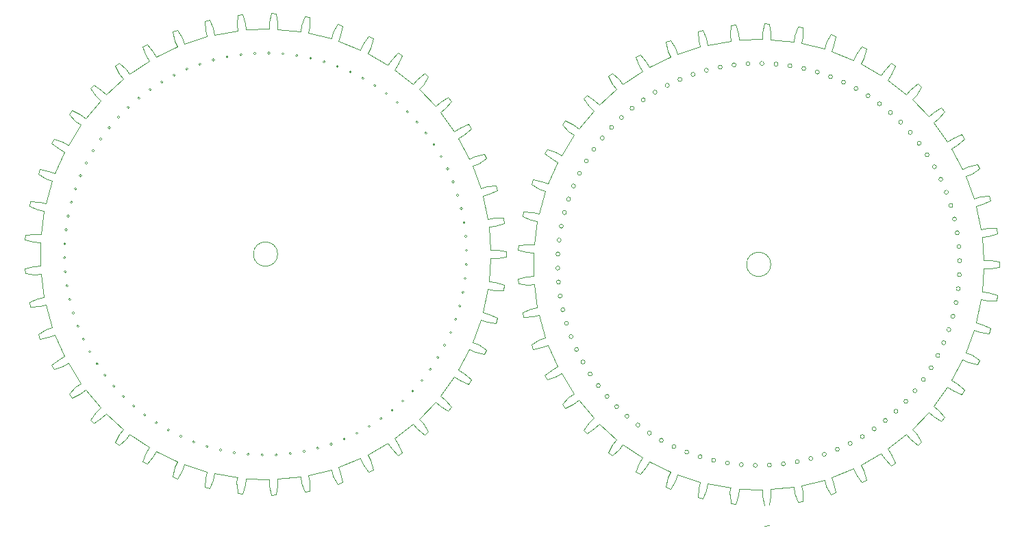
<source format=gbl>
G04 #@! TF.FileFunction,Copper,L2,Bot,Signal*
%FSLAX46Y46*%
G04 Gerber Fmt 4.6, Leading zero omitted, Abs format (unit mm)*
G04 Created by KiCad (PCBNEW 4.0.7) date 03/14/18 18:25:16*
%MOMM*%
%LPD*%
G01*
G04 APERTURE LIST*
%ADD10C,0.020000*%
%ADD11C,0.100000*%
G04 APERTURE END LIST*
D10*
D11*
X130642136Y-110119300D02*
G75*
G03X130642136Y-110119300I-250000J0D01*
G01*
X162622115Y-127524289D02*
X165324710Y-126432370D01*
X130075997Y-108479977D02*
G75*
G03X130075997Y-108479977I-250000J0D01*
G01*
X129625592Y-106805155D02*
G75*
G03X129625592Y-106805155I-250000J0D01*
G01*
X176569376Y-82289979D02*
X176168420Y-81812139D01*
X129293113Y-105102995D02*
G75*
G03X129293113Y-105102995I-250000J0D01*
G01*
X129080180Y-103381788D02*
G75*
G03X129080180Y-103381788I-250000J0D01*
G01*
X128987832Y-101649921D02*
G75*
G03X128987832Y-101649921I-250000J0D01*
G01*
X143575938Y-75195346D02*
X143289244Y-74448482D01*
X147378203Y-77198677D02*
G75*
G03X147378203Y-77198677I-250000J0D01*
G01*
X149067723Y-76806997D02*
G75*
G03X149067723Y-76806997I-250000J0D01*
G01*
X180454708Y-93986060D02*
X181227449Y-93779005D01*
X150780450Y-76534125D02*
G75*
G03X150780450Y-76534125I-250000J0D01*
G01*
X152508039Y-76381391D02*
G75*
G03X152508039Y-76381391I-250000J0D01*
G01*
X175176526Y-119988326D02*
X176168420Y-120575061D01*
X154242074Y-76349541D02*
G75*
G03X154242074Y-76349541I-250000J0D01*
G01*
X155081108Y-101193142D02*
G75*
G03X155081108Y-101193142I-1500000J0D01*
G01*
X128499709Y-115082395D02*
X129199405Y-114694546D01*
X165857548Y-79450538D02*
G75*
G03X165857548Y-79450538I-250000J0D01*
G01*
X127407501Y-115450082D02*
X128499709Y-115082395D01*
X127114656Y-114899320D02*
X127407501Y-115450082D01*
X129435843Y-96474744D02*
G75*
G03X129435843Y-96474744I-250000J0D01*
G01*
X128030238Y-114199447D02*
X127114656Y-114899320D01*
X128743043Y-113836255D02*
X128030238Y-114199447D01*
X126810606Y-111460109D02*
X127557470Y-111173414D01*
X125677855Y-111672212D02*
X126810606Y-111460109D01*
X132521001Y-88415656D02*
G75*
G03X132521001Y-88415656I-250000J0D01*
G01*
X125464511Y-111086054D02*
X125677855Y-111672212D01*
X126468586Y-110520417D02*
X125464511Y-111086054D01*
X127225001Y-110259963D02*
X126468586Y-110520417D01*
X126421561Y-107458036D02*
X127225001Y-110259963D01*
X125642066Y-107637998D02*
X126421561Y-107458036D01*
X124490820Y-107690388D02*
X125642066Y-107637998D01*
X173155465Y-116812982D02*
G75*
G03X173155465Y-116812982I-250000J0D01*
G01*
X124361129Y-107080243D02*
X124490820Y-107690388D01*
X125434154Y-106659850D02*
X124361129Y-107080243D01*
X126219456Y-106507204D02*
X125434154Y-106659850D01*
X129824439Y-94784511D02*
G75*
G03X129824439Y-94784511I-250000J0D01*
G01*
X165662804Y-75229784D02*
X165324710Y-75954830D01*
X125813788Y-103620728D02*
X126219456Y-106507204D01*
X125016832Y-103690453D02*
X125813788Y-103620728D01*
X123825987Y-102959855D02*
X123869499Y-103582111D01*
X124947076Y-102692889D02*
X123825987Y-102959855D01*
X125745980Y-102651021D02*
X124947076Y-102692889D01*
X125745980Y-99736179D02*
X125745980Y-102651021D01*
X124947076Y-99694311D02*
X125745980Y-99736179D01*
X123825987Y-99427345D02*
X124947076Y-99694311D01*
X123869499Y-98805089D02*
X123825987Y-99427345D01*
X135093370Y-117512107D02*
G75*
G03X135093370Y-117512107I-250000J0D01*
G01*
X125016832Y-98696747D02*
X123869499Y-98805089D01*
X125813788Y-98766472D02*
X125016832Y-98696747D01*
X126219456Y-95879996D02*
X125813788Y-98766472D01*
X125434154Y-95727350D02*
X126219456Y-95879996D01*
X130329993Y-93125504D02*
G75*
G03X130329993Y-93125504I-250000J0D01*
G01*
X124361129Y-95306957D02*
X125434154Y-95727350D01*
X124490820Y-94696812D02*
X124361129Y-95306957D01*
X174657573Y-87641691D02*
G75*
G03X174657573Y-87641691I-250000J0D01*
G01*
X126421561Y-94929164D02*
X125642066Y-94749202D01*
X127225001Y-92127237D02*
X126421561Y-94929164D01*
X126468586Y-91866783D02*
X127225001Y-92127237D01*
X125464511Y-91301146D02*
X126468586Y-91866783D01*
X125677855Y-90714988D02*
X125464511Y-91301146D01*
X126810606Y-90927091D02*
X125677855Y-90714988D01*
X141014280Y-79906860D02*
G75*
G03X141014280Y-79906860I-250000J0D01*
G01*
X127557470Y-91213786D02*
X126810606Y-90927091D01*
X173714533Y-79271064D02*
X173250977Y-78853676D01*
X173250977Y-78853676D02*
X172350394Y-79572746D01*
X172350394Y-79572746D02*
X171825547Y-80176515D01*
X178111753Y-86438868D02*
X178976284Y-85676832D01*
X130950043Y-91505803D02*
G75*
G03X130950043Y-91505803I-250000J0D01*
G01*
X166330298Y-128096865D02*
X166890944Y-127823420D01*
X163560646Y-124056936D02*
G75*
G03X163560646Y-124056936I-250000J0D01*
G01*
X178976284Y-85676832D02*
X178645733Y-85147840D01*
X178645733Y-85147840D02*
X177581834Y-85590820D01*
X166561598Y-126719045D02*
X166198405Y-126006240D01*
X177581834Y-85590820D02*
X176910898Y-86026531D01*
X166198405Y-126006240D02*
X168722733Y-124548819D01*
X176910898Y-86026531D02*
X175197597Y-83668374D01*
X168722733Y-124548819D02*
X169158444Y-125219756D01*
X175197597Y-83668374D02*
X175819314Y-83164919D01*
X169158444Y-125219756D02*
X169950187Y-126057165D01*
X175819314Y-83164919D02*
X176569376Y-82289979D01*
X169950187Y-126057165D02*
X170467321Y-125708354D01*
X131681567Y-89933300D02*
G75*
G03X131681567Y-89933300I-250000J0D01*
G01*
X150097006Y-128825948D02*
X149999510Y-129619985D01*
X170467321Y-125708354D02*
X169987481Y-124660563D01*
X176168420Y-81812139D02*
X175176526Y-82398874D01*
X169528620Y-124005242D02*
X171825547Y-122210685D01*
X174572759Y-82923722D02*
X172547939Y-80826960D01*
X178582020Y-99005412D02*
G75*
G03X178582020Y-99005412I-250000J0D01*
G01*
X171825547Y-122210685D02*
X172350394Y-122814454D01*
X172547939Y-80826960D02*
X173093538Y-80241877D01*
X172350394Y-122814454D02*
X173250977Y-123533524D01*
X173093538Y-80241877D02*
X173714533Y-79271064D01*
X173250977Y-123533524D02*
X173714533Y-123116136D01*
X169528620Y-78381958D02*
X169987481Y-77726637D01*
X169987481Y-77726637D02*
X170467321Y-76678846D01*
X176168420Y-120575061D02*
X176569376Y-120097221D01*
X170467321Y-76678846D02*
X169950187Y-76330035D01*
X175819314Y-119222281D02*
X175197597Y-118718826D01*
X151688093Y-125948472D02*
G75*
G03X151688093Y-125948472I-250000J0D01*
G01*
X169158444Y-77167444D02*
X168722733Y-77838381D01*
X175197597Y-118718826D02*
X176910898Y-116360669D01*
X168722733Y-77838381D02*
X166198405Y-76380960D01*
X176910898Y-116360669D02*
X177581834Y-116796380D01*
X166198405Y-76380960D02*
X166561598Y-75668155D01*
X155974107Y-76438728D02*
G75*
G03X155974107Y-76438728I-250000J0D01*
G01*
X177581834Y-116796380D02*
X178645733Y-117239360D01*
X159398464Y-76977889D02*
G75*
G03X159398464Y-76977889I-250000J0D01*
G01*
X166561598Y-75668155D02*
X166890944Y-74563780D01*
X178645733Y-117239360D02*
X178976284Y-116710368D01*
X166890944Y-74563780D02*
X166330298Y-74290335D01*
X133464255Y-86960265D02*
G75*
G03X133464255Y-86960265I-250000J0D01*
G01*
X178976284Y-116710368D02*
X178111753Y-115948332D01*
X166330298Y-74290335D02*
X165662804Y-75229784D01*
X177426019Y-115536302D02*
X178794455Y-112962649D01*
X155013177Y-73383876D02*
X155055046Y-72584973D01*
X181850889Y-105675142D02*
X183002985Y-105647098D01*
X155055046Y-72584973D02*
X154906729Y-71442119D01*
X183002985Y-105647098D02*
X183089798Y-105029393D01*
X151128627Y-73451678D02*
X151058903Y-72654722D01*
X176712157Y-110881397D02*
G75*
G03X176712157Y-110881397I-250000J0D01*
G01*
X154283333Y-71420350D02*
X154055655Y-72550073D01*
X181990062Y-104684874D02*
X181196025Y-104587380D01*
X150752975Y-71543632D02*
X150132616Y-71608835D01*
X154055655Y-72550073D02*
X154041694Y-73349951D01*
X138395350Y-126828332D02*
X138935555Y-127140220D01*
X138935555Y-127140220D02*
X139666956Y-126249621D01*
X139666956Y-126249621D02*
X140054803Y-125549925D01*
X140054803Y-125549925D02*
X142674646Y-126827708D01*
X146588095Y-124961963D02*
G75*
G03X146588095Y-124961963I-250000J0D01*
G01*
X142674646Y-126827708D02*
X142362060Y-127564112D01*
X142362060Y-127564112D02*
X142110554Y-128688770D01*
X142110554Y-128688770D02*
X142688909Y-128922441D01*
X142688909Y-128922441D02*
X143289244Y-127938718D01*
X143289244Y-127938718D02*
X143575938Y-127191854D01*
X143575938Y-127191854D02*
X146348118Y-128092590D01*
X164311533Y-78664581D02*
G75*
G03X164311533Y-78664581I-250000J0D01*
G01*
X144101554Y-78330264D02*
G75*
G03X144101554Y-78330264I-250000J0D01*
G01*
X146348118Y-128092590D02*
X146141062Y-128865330D01*
X146141062Y-128865330D02*
X146048526Y-130014046D01*
X146048526Y-130014046D02*
X146653773Y-130164951D01*
X147111358Y-129107252D02*
X147291318Y-128327756D01*
X147291318Y-128327756D02*
X150161877Y-128833913D01*
X150064381Y-129627950D02*
X150132616Y-130778365D01*
X150132616Y-130778365D02*
X150752975Y-130843568D01*
X150752975Y-130843568D02*
X151058903Y-129732478D01*
X151058903Y-129732478D02*
X151128627Y-128935522D01*
X151128627Y-128935522D02*
X154041694Y-129037249D01*
X154041694Y-129037249D02*
X154055655Y-129837127D01*
X174197945Y-115426935D02*
G75*
G03X174197945Y-115426935I-250000J0D01*
G01*
X154055655Y-129837127D02*
X154283333Y-130966850D01*
X145720121Y-77707259D02*
G75*
G03X145720121Y-77707259I-250000J0D01*
G01*
X132350058Y-80281968D02*
X131916746Y-80730675D01*
X154283333Y-133506850D02*
X154906729Y-133485081D01*
X165324710Y-75954830D02*
X162622115Y-74862911D01*
X179519501Y-113300744D02*
X180634697Y-113591347D01*
X166890944Y-127823420D02*
X166561598Y-126719045D01*
X178226357Y-105912456D02*
G75*
G03X178226357Y-105912456I-250000J0D01*
G01*
X162882571Y-74106496D02*
X163055012Y-72967033D01*
X136868596Y-83036793D02*
G75*
G03X136868596Y-83036793I-250000J0D01*
G01*
X180888409Y-113021500D02*
X179926237Y-112387199D01*
X161931514Y-73797479D02*
X161697617Y-74562523D01*
X180186768Y-109335559D02*
X180951812Y-109569457D01*
X161697617Y-74562523D02*
X158869358Y-73857359D01*
X135643361Y-84264266D02*
G75*
G03X135643361Y-84264266I-250000J0D01*
G01*
X180951812Y-109569457D02*
X182096599Y-109702026D01*
X158869358Y-73857359D02*
X159022006Y-73072058D01*
X182096599Y-109702026D02*
X182268535Y-109102414D01*
X159022006Y-73072058D02*
X159034186Y-71919684D01*
X134975224Y-77918258D02*
X135526985Y-78930024D01*
X171825547Y-80176515D02*
X169528620Y-78381958D01*
X150132616Y-71608835D02*
X150064381Y-72759250D01*
X134506735Y-85574218D02*
G75*
G03X134506735Y-85574218I-250000J0D01*
G01*
X181196025Y-104587380D02*
X181399354Y-101679637D01*
X175176526Y-82398874D02*
X174572759Y-82923722D01*
X157695700Y-76648518D02*
G75*
G03X157695700Y-76648518I-250000J0D01*
G01*
X182268535Y-109102414D02*
X181227449Y-108608195D01*
X151058903Y-72654722D02*
X150752975Y-71543632D01*
X140317228Y-122044774D02*
G75*
G03X140317228Y-122044774I-250000J0D01*
G01*
X161931514Y-128589721D02*
X162461766Y-129612924D01*
X136277336Y-118779434D02*
G75*
G03X136277336Y-118779434I-250000J0D01*
G01*
X131315407Y-84434302D02*
X130676499Y-83952849D01*
X158419887Y-71811367D02*
X158037198Y-72898409D01*
X177586203Y-93907223D02*
G75*
G03X177586203Y-93907223I-250000J0D01*
G01*
X181060738Y-105549994D02*
X181850889Y-105675142D01*
X129279446Y-118445820D02*
X129646093Y-118950466D01*
X173714533Y-123116136D02*
X173093538Y-122145323D01*
X129199405Y-114694546D02*
X130744036Y-117166473D01*
X174572759Y-119463478D02*
X175176526Y-119988326D01*
X130088714Y-117625334D02*
X129279446Y-118445820D01*
X173093538Y-122145323D02*
X172547939Y-121560240D01*
X162622115Y-74862911D02*
X162882571Y-74106496D01*
X165662804Y-127157416D02*
X166330298Y-128096865D01*
X129646093Y-118950466D02*
X130676499Y-118434351D01*
X178794455Y-89424551D02*
X177426019Y-86850898D01*
X159034186Y-71919684D02*
X158419887Y-71811367D01*
X150064381Y-72759250D02*
X150161877Y-73553287D01*
X170115378Y-82426116D02*
G75*
G03X170115378Y-82426116I-250000J0D01*
G01*
X169950187Y-76330035D02*
X169158444Y-77167444D01*
X146141062Y-73521870D02*
X146348118Y-74294610D01*
X181990062Y-97702326D02*
X183089798Y-97357807D01*
X157912051Y-73688560D02*
X155013177Y-73383876D01*
X183089798Y-105029393D02*
X181990062Y-104684874D01*
X169987481Y-124660563D02*
X169528620Y-124005242D01*
X177837761Y-107602689D02*
G75*
G03X177837761Y-107602689I-250000J0D01*
G01*
X178794455Y-112962649D02*
X179519501Y-113300744D01*
X176340952Y-90672062D02*
G75*
G03X176340952Y-90672062I-250000J0D01*
G01*
X180454708Y-108401140D02*
X181060738Y-105549994D01*
X162714458Y-77988382D02*
G75*
G03X162714458Y-77988382I-250000J0D01*
G01*
X133864292Y-81502151D02*
X133298607Y-80936465D01*
X154041694Y-73349951D02*
X151128627Y-73451678D01*
X176569376Y-120097221D02*
X175819314Y-119222281D01*
X177332207Y-109261696D02*
G75*
G03X177332207Y-109261696I-250000J0D01*
G01*
X146348118Y-74294610D02*
X143575938Y-75195346D01*
X181196025Y-97799820D02*
X181990062Y-97702326D01*
X142688909Y-73464759D02*
X142110554Y-73698430D01*
X129016518Y-99915831D02*
G75*
G03X129016518Y-99915831I-250000J0D01*
G01*
X183336213Y-100881712D02*
X182199232Y-100693600D01*
X179189833Y-112074615D02*
X180186768Y-109335559D01*
X161074105Y-77425237D02*
G75*
G03X161074105Y-77425237I-250000J0D01*
G01*
X130744036Y-117166473D02*
X130088714Y-117625334D01*
X172547939Y-121560240D02*
X174572759Y-119463478D01*
X162461766Y-72774276D02*
X161931514Y-73797479D01*
X146653773Y-130164951D02*
X147111358Y-129107252D01*
X172568830Y-84875093D02*
G75*
G03X172568830Y-84875093I-250000J0D01*
G01*
X170793604Y-119350407D02*
G75*
G03X170793604Y-119350407I-250000J0D01*
G01*
X177426019Y-86850898D02*
X178111753Y-86438868D01*
X175552174Y-89127485D02*
G75*
G03X175552174Y-89127485I-250000J0D01*
G01*
X177020064Y-92267900D02*
G75*
G03X177020064Y-92267900I-250000J0D01*
G01*
X129279446Y-83941380D02*
X130088714Y-84761866D01*
X154906729Y-71442119D02*
X154283333Y-71420350D01*
X178036608Y-95582045D02*
G75*
G03X178036608Y-95582045I-250000J0D01*
G01*
X181399354Y-100707563D02*
X181196025Y-97799820D01*
X130676499Y-118434351D02*
X131315407Y-117952898D01*
X144947742Y-124398818D02*
G75*
G03X144947742Y-124398818I-250000J0D01*
G01*
X179519501Y-89086456D02*
X178794455Y-89424551D01*
X179926237Y-112387199D02*
X179189833Y-112074615D01*
X178369087Y-97284205D02*
G75*
G03X178369087Y-97284205I-250000J0D01*
G01*
X127557470Y-111173414D02*
X128743043Y-113836255D01*
X178674368Y-100737279D02*
G75*
G03X178674368Y-100737279I-250000J0D01*
G01*
X123869499Y-103582111D02*
X125016832Y-103690453D01*
X178645682Y-102471369D02*
G75*
G03X178645682Y-102471369I-250000J0D01*
G01*
X132603948Y-81655805D02*
X133189032Y-82201403D01*
X125642066Y-94749202D02*
X124490820Y-94696812D01*
X178496103Y-104199234D02*
G75*
G03X178496103Y-104199234I-250000J0D01*
G01*
X147291318Y-74059444D02*
X147111358Y-73279948D01*
X163055012Y-72967033D02*
X162461766Y-72774276D01*
X169485729Y-120489423D02*
G75*
G03X169485729Y-120489423I-250000J0D01*
G01*
X178111753Y-115948332D02*
X177426019Y-115536302D01*
X171384864Y-83607766D02*
G75*
G03X171384864Y-83607766I-250000J0D01*
G01*
X138800930Y-125749621D02*
X138395350Y-126828332D01*
X133189032Y-120185797D02*
X132603948Y-120731395D01*
X180888409Y-89365700D02*
X180634697Y-88795853D01*
X165324710Y-126432370D02*
X165662804Y-127157416D01*
X158037198Y-72898409D02*
X157912051Y-73688560D01*
X175980633Y-112453900D02*
G75*
G03X175980633Y-112453900I-250000J0D01*
G01*
X181227449Y-108608195D02*
X180454708Y-108401140D01*
X175141199Y-113971544D02*
G75*
G03X175141199Y-113971544I-250000J0D01*
G01*
X142362060Y-74823088D02*
X142674646Y-75559492D01*
X182199232Y-101693600D02*
X183336213Y-101505488D01*
X180634697Y-113591347D02*
X180888409Y-113021500D01*
X128743043Y-88550945D02*
X127557470Y-91213786D01*
X128030238Y-88187753D02*
X128743043Y-88550945D01*
X127114656Y-87487880D02*
X128030238Y-88187753D01*
X132110026Y-113259715D02*
G75*
G03X132110026Y-113259715I-250000J0D01*
G01*
X127407501Y-86937118D02*
X127114656Y-87487880D01*
X138176471Y-81897777D02*
G75*
G03X138176471Y-81897777I-250000J0D01*
G01*
X128499709Y-87304805D02*
X127407501Y-86937118D01*
X129199405Y-87692654D02*
X128499709Y-87304805D01*
X130744036Y-85220727D02*
X129199405Y-87692654D01*
X167344972Y-80342426D02*
G75*
G03X167344972Y-80342426I-250000J0D01*
G01*
X130088714Y-84761866D02*
X130744036Y-85220727D01*
X129646093Y-83436734D02*
X129279446Y-83941380D01*
X130676499Y-83952849D02*
X129646093Y-83436734D01*
X133189032Y-82201403D02*
X131315407Y-84434302D01*
X131916746Y-80730675D02*
X132603948Y-81655805D01*
X133298607Y-80936465D02*
X132350058Y-80281968D01*
X139560613Y-80852769D02*
G75*
G03X139560613Y-80852769I-250000J0D01*
G01*
X136030442Y-79551740D02*
X133864292Y-81502151D01*
X135526985Y-78930024D02*
X136030442Y-79551740D01*
X172018839Y-118122934D02*
G75*
G03X172018839Y-118122934I-250000J0D01*
G01*
X135466766Y-77534223D02*
X134975224Y-77918258D01*
X168766557Y-81335898D02*
G75*
G03X168766557Y-81335898I-250000J0D01*
G01*
X136314996Y-78314363D02*
X135466766Y-77534223D01*
X158594477Y-125580203D02*
G75*
G03X158594477Y-125580203I-250000J0D01*
G01*
X136796447Y-78953272D02*
X136314996Y-78314363D01*
X139212961Y-77323312D02*
X136796447Y-78953272D01*
X138800930Y-76637579D02*
X139212961Y-77323312D01*
X138395350Y-75558868D02*
X138800930Y-76637579D01*
X162461766Y-129612924D02*
X163055012Y-129420167D01*
X138935555Y-75246980D02*
X138395350Y-75558868D01*
X163055012Y-129420167D02*
X162882571Y-128280704D01*
X139666956Y-76137579D02*
X138935555Y-75246980D01*
X162882571Y-128280704D02*
X162622115Y-127524289D01*
X140054803Y-76837275D02*
X139666956Y-76137579D01*
X142674646Y-75559492D02*
X140054803Y-76837275D01*
X181399354Y-101679637D02*
X182199232Y-101693600D01*
X142110554Y-73698430D02*
X142362060Y-74823088D01*
X133864292Y-120885049D02*
X136030442Y-122835460D01*
X136796447Y-123433928D02*
X139212961Y-125063888D01*
X183336213Y-101505488D02*
X183336213Y-100881712D01*
X143289244Y-74448482D02*
X142688909Y-73464759D01*
X182199232Y-100693600D02*
X181399354Y-100707563D01*
X146048526Y-72373154D02*
X146141062Y-73521870D01*
X183089798Y-97357807D02*
X183002985Y-96740102D01*
X146653773Y-72222249D02*
X146048526Y-72373154D01*
X183002985Y-96740102D02*
X181850889Y-96712058D01*
X147111358Y-73279948D02*
X146653773Y-72222249D01*
X181850889Y-96712058D02*
X181060738Y-96837206D01*
X181060738Y-96837206D02*
X180454708Y-93986060D01*
X150161877Y-73553287D02*
X147291318Y-74059444D01*
X136030442Y-122835460D02*
X135526985Y-123457176D01*
X181227449Y-93779005D02*
X182268535Y-93284786D01*
X135526985Y-123457176D02*
X134975224Y-124468942D01*
X182268535Y-93284786D02*
X182096599Y-92685174D01*
X134975224Y-124468942D02*
X135466766Y-124852977D01*
X182096599Y-92685174D02*
X180951812Y-92817743D01*
X135466766Y-124852977D02*
X136314996Y-124072837D01*
X133298607Y-121450735D02*
X133864292Y-120885049D01*
X180951812Y-92817743D02*
X180186768Y-93051641D01*
X142530389Y-79064657D02*
G75*
G03X142530389Y-79064657I-250000J0D01*
G01*
X136314996Y-124072837D02*
X136796447Y-123433928D01*
X129166097Y-98187966D02*
G75*
G03X129166097Y-98187966I-250000J0D01*
G01*
X132350058Y-122105232D02*
X133298607Y-121450735D01*
X180186768Y-93051641D02*
X179189833Y-90312585D01*
X131916746Y-121656525D02*
X132350058Y-122105232D01*
X179189833Y-90312585D02*
X179926237Y-90000001D01*
X155154161Y-126005809D02*
G75*
G03X155154161Y-126005809I-250000J0D01*
G01*
X139212961Y-125063888D02*
X138800930Y-125749621D01*
X132603948Y-120731395D02*
X131916746Y-121656525D01*
X179926237Y-90000001D02*
X180888409Y-89365700D01*
X173661507Y-86221922D02*
G75*
G03X173661507Y-86221922I-250000J0D01*
G01*
X155013177Y-129003324D02*
X157912051Y-128698640D01*
X157912051Y-128698640D02*
X158037198Y-129488791D01*
X158037198Y-129488791D02*
X158419887Y-130575833D01*
X158419887Y-130575833D02*
X159034186Y-130467516D01*
X159034186Y-130467516D02*
X159022006Y-129315142D01*
X159022006Y-129315142D02*
X158869358Y-128529841D01*
X158869358Y-128529841D02*
X161697617Y-127824677D01*
X161697617Y-127824677D02*
X161931514Y-128589721D01*
X131315407Y-117952898D02*
X133189032Y-120185797D01*
X180634697Y-88795853D02*
X179519501Y-89086456D01*
X155055046Y-129802227D02*
X155013177Y-129003324D01*
X131321248Y-111715138D02*
G75*
G03X131321248Y-111715138I-250000J0D01*
G01*
X154906729Y-130945081D02*
X155055046Y-129802227D01*
X133004627Y-114745509D02*
G75*
G03X133004627Y-114745509I-250000J0D01*
G01*
X134000693Y-116165278D02*
G75*
G03X134000693Y-116165278I-250000J0D01*
G01*
X137546822Y-119961084D02*
G75*
G03X137546822Y-119961084I-250000J0D01*
G01*
X138895643Y-121051302D02*
G75*
G03X138895643Y-121051302I-250000J0D01*
G01*
X141804652Y-122936662D02*
G75*
G03X141804652Y-122936662I-250000J0D01*
G01*
X143350667Y-123722619D02*
G75*
G03X143350667Y-123722619I-250000J0D01*
G01*
X148263736Y-125409311D02*
G75*
G03X148263736Y-125409311I-250000J0D01*
G01*
X149966500Y-125738682D02*
G75*
G03X149966500Y-125738682I-250000J0D01*
G01*
X153420126Y-126037659D02*
G75*
G03X153420126Y-126037659I-250000J0D01*
G01*
X156881750Y-125853075D02*
G75*
G03X156881750Y-125853075I-250000J0D01*
G01*
X160283997Y-125188523D02*
G75*
G03X160283997Y-125188523I-250000J0D01*
G01*
X161942079Y-124679941D02*
G75*
G03X161942079Y-124679941I-250000J0D01*
G01*
X165131811Y-123322543D02*
G75*
G03X165131811Y-123322543I-250000J0D01*
G01*
X166647920Y-122480340D02*
G75*
G03X166647920Y-122480340I-250000J0D01*
G01*
X168101587Y-121534431D02*
G75*
G03X168101587Y-121534431I-250000J0D01*
G01*
X69582136Y-108849300D02*
G75*
G03X69582136Y-108849300I-150000J0D01*
G01*
X101662115Y-126254289D02*
X104364710Y-125162370D01*
X69015997Y-107209977D02*
G75*
G03X69015997Y-107209977I-150000J0D01*
G01*
X68565592Y-105535155D02*
G75*
G03X68565592Y-105535155I-150000J0D01*
G01*
X115609376Y-81019979D02*
X115208420Y-80542139D01*
X68233113Y-103832995D02*
G75*
G03X68233113Y-103832995I-150000J0D01*
G01*
X68020180Y-102111788D02*
G75*
G03X68020180Y-102111788I-150000J0D01*
G01*
X67927832Y-100379921D02*
G75*
G03X67927832Y-100379921I-150000J0D01*
G01*
X82615938Y-73925346D02*
X82329244Y-73178482D01*
X86318203Y-75928677D02*
G75*
G03X86318203Y-75928677I-150000J0D01*
G01*
X88007723Y-75536997D02*
G75*
G03X88007723Y-75536997I-150000J0D01*
G01*
X119494708Y-92716060D02*
X120267449Y-92509005D01*
X89720450Y-75264125D02*
G75*
G03X89720450Y-75264125I-150000J0D01*
G01*
X91448039Y-75111391D02*
G75*
G03X91448039Y-75111391I-150000J0D01*
G01*
X114216526Y-118718326D02*
X115208420Y-119305061D01*
X93182074Y-75079541D02*
G75*
G03X93182074Y-75079541I-150000J0D01*
G01*
X94121100Y-99923600D02*
G75*
G03X94121100Y-99923600I-1500000J0D01*
G01*
X67539709Y-113812395D02*
X68239405Y-113424546D01*
X104797548Y-78180538D02*
G75*
G03X104797548Y-78180538I-150000J0D01*
G01*
X66447501Y-114180082D02*
X67539709Y-113812395D01*
X66154656Y-113629320D02*
X66447501Y-114180082D01*
X68375843Y-95204744D02*
G75*
G03X68375843Y-95204744I-150000J0D01*
G01*
X67070238Y-112929447D02*
X66154656Y-113629320D01*
X67783043Y-112566255D02*
X67070238Y-112929447D01*
X65850606Y-110190109D02*
X66597470Y-109903414D01*
X64717855Y-110402212D02*
X65850606Y-110190109D01*
X71461001Y-87145656D02*
G75*
G03X71461001Y-87145656I-150000J0D01*
G01*
X64504511Y-109816054D02*
X64717855Y-110402212D01*
X65508586Y-109250417D02*
X64504511Y-109816054D01*
X66265001Y-108989963D02*
X65508586Y-109250417D01*
X65461561Y-106188036D02*
X66265001Y-108989963D01*
X64682066Y-106367998D02*
X65461561Y-106188036D01*
X63530820Y-106420388D02*
X64682066Y-106367998D01*
X112095465Y-115542982D02*
G75*
G03X112095465Y-115542982I-150000J0D01*
G01*
X63401129Y-105810243D02*
X63530820Y-106420388D01*
X64474154Y-105389850D02*
X63401129Y-105810243D01*
X65259456Y-105237204D02*
X64474154Y-105389850D01*
X68764439Y-93514511D02*
G75*
G03X68764439Y-93514511I-150000J0D01*
G01*
X104702804Y-73959784D02*
X104364710Y-74684830D01*
X64853788Y-102350728D02*
X65259456Y-105237204D01*
X64056832Y-102420453D02*
X64853788Y-102350728D01*
X62865987Y-101689855D02*
X62909499Y-102312111D01*
X63987076Y-101422889D02*
X62865987Y-101689855D01*
X64785980Y-101381021D02*
X63987076Y-101422889D01*
X64785980Y-98466179D02*
X64785980Y-101381021D01*
X63987076Y-98424311D02*
X64785980Y-98466179D01*
X62865987Y-98157345D02*
X63987076Y-98424311D01*
X62909499Y-97535089D02*
X62865987Y-98157345D01*
X74033370Y-116242107D02*
G75*
G03X74033370Y-116242107I-150000J0D01*
G01*
X64056832Y-97426747D02*
X62909499Y-97535089D01*
X64853788Y-97496472D02*
X64056832Y-97426747D01*
X65259456Y-94609996D02*
X64853788Y-97496472D01*
X64474154Y-94457350D02*
X65259456Y-94609996D01*
X69269993Y-91855504D02*
G75*
G03X69269993Y-91855504I-150000J0D01*
G01*
X63401129Y-94036957D02*
X64474154Y-94457350D01*
X63530820Y-93426812D02*
X63401129Y-94036957D01*
X113597573Y-86371691D02*
G75*
G03X113597573Y-86371691I-150000J0D01*
G01*
X65461561Y-93659164D02*
X64682066Y-93479202D01*
X66265001Y-90857237D02*
X65461561Y-93659164D01*
X65508586Y-90596783D02*
X66265001Y-90857237D01*
X64504511Y-90031146D02*
X65508586Y-90596783D01*
X64717855Y-89444988D02*
X64504511Y-90031146D01*
X65850606Y-89657091D02*
X64717855Y-89444988D01*
X79954280Y-78636860D02*
G75*
G03X79954280Y-78636860I-150000J0D01*
G01*
X66597470Y-89943786D02*
X65850606Y-89657091D01*
X112754533Y-78001064D02*
X112290977Y-77583676D01*
X112290977Y-77583676D02*
X111390394Y-78302746D01*
X111390394Y-78302746D02*
X110865547Y-78906515D01*
X117151753Y-85168868D02*
X118016284Y-84406832D01*
X69890043Y-90235803D02*
G75*
G03X69890043Y-90235803I-150000J0D01*
G01*
X105370298Y-126826865D02*
X105930944Y-126553420D01*
X102500646Y-122786936D02*
G75*
G03X102500646Y-122786936I-150000J0D01*
G01*
X118016284Y-84406832D02*
X117685733Y-83877840D01*
X117685733Y-83877840D02*
X116621834Y-84320820D01*
X105601598Y-125449045D02*
X105238405Y-124736240D01*
X116621834Y-84320820D02*
X115950898Y-84756531D01*
X105238405Y-124736240D02*
X107762733Y-123278819D01*
X115950898Y-84756531D02*
X114237597Y-82398374D01*
X107762733Y-123278819D02*
X108198444Y-123949756D01*
X114237597Y-82398374D02*
X114859314Y-81894919D01*
X108198444Y-123949756D02*
X108990187Y-124787165D01*
X114859314Y-81894919D02*
X115609376Y-81019979D01*
X108990187Y-124787165D02*
X109507321Y-124438354D01*
X70621567Y-88663300D02*
G75*
G03X70621567Y-88663300I-150000J0D01*
G01*
X89137006Y-127555948D02*
X89039510Y-128349985D01*
X109507321Y-124438354D02*
X109027481Y-123390563D01*
X115208420Y-80542139D02*
X114216526Y-81128874D01*
X108568620Y-122735242D02*
X110865547Y-120940685D01*
X113612759Y-81653722D02*
X111587939Y-79556960D01*
X117522020Y-97735412D02*
G75*
G03X117522020Y-97735412I-150000J0D01*
G01*
X110865547Y-120940685D02*
X111390394Y-121544454D01*
X111587939Y-79556960D02*
X112133538Y-78971877D01*
X111390394Y-121544454D02*
X112290977Y-122263524D01*
X112133538Y-78971877D02*
X112754533Y-78001064D01*
X112290977Y-122263524D02*
X112754533Y-121846136D01*
X108568620Y-77111958D02*
X109027481Y-76456637D01*
X109027481Y-76456637D02*
X109507321Y-75408846D01*
X115208420Y-119305061D02*
X115609376Y-118827221D01*
X109507321Y-75408846D02*
X108990187Y-75060035D01*
X114859314Y-117952281D02*
X114237597Y-117448826D01*
X90628093Y-124678472D02*
G75*
G03X90628093Y-124678472I-150000J0D01*
G01*
X108198444Y-75897444D02*
X107762733Y-76568381D01*
X114237597Y-117448826D02*
X115950898Y-115090669D01*
X107762733Y-76568381D02*
X105238405Y-75110960D01*
X115950898Y-115090669D02*
X116621834Y-115526380D01*
X105238405Y-75110960D02*
X105601598Y-74398155D01*
X94914107Y-75168728D02*
G75*
G03X94914107Y-75168728I-150000J0D01*
G01*
X116621834Y-115526380D02*
X117685733Y-115969360D01*
X98338464Y-75707889D02*
G75*
G03X98338464Y-75707889I-150000J0D01*
G01*
X105601598Y-74398155D02*
X105930944Y-73293780D01*
X117685733Y-115969360D02*
X118016284Y-115440368D01*
X105930944Y-73293780D02*
X105370298Y-73020335D01*
X72404255Y-85690265D02*
G75*
G03X72404255Y-85690265I-150000J0D01*
G01*
X118016284Y-115440368D02*
X117151753Y-114678332D01*
X105370298Y-73020335D02*
X104702804Y-73959784D01*
X116466019Y-114266302D02*
X117834455Y-111692649D01*
X94053177Y-72113876D02*
X94095046Y-71314973D01*
X120890889Y-104405142D02*
X122042985Y-104377098D01*
X94095046Y-71314973D02*
X93946729Y-70172119D01*
X122042985Y-104377098D02*
X122129798Y-103759393D01*
X90168627Y-72181678D02*
X90098903Y-71384722D01*
X115652157Y-109611397D02*
G75*
G03X115652157Y-109611397I-150000J0D01*
G01*
X93323333Y-70150350D02*
X93095655Y-71280073D01*
X121030062Y-103414874D02*
X120236025Y-103317380D01*
X89792975Y-70273632D02*
X89172616Y-70338835D01*
X93095655Y-71280073D02*
X93081694Y-72079951D01*
X77435350Y-125558332D02*
X77975555Y-125870220D01*
X77975555Y-125870220D02*
X78706956Y-124979621D01*
X78706956Y-124979621D02*
X79094803Y-124279925D01*
X79094803Y-124279925D02*
X81714646Y-125557708D01*
X85528095Y-123691963D02*
G75*
G03X85528095Y-123691963I-150000J0D01*
G01*
X81714646Y-125557708D02*
X81402060Y-126294112D01*
X81402060Y-126294112D02*
X81150554Y-127418770D01*
X81150554Y-127418770D02*
X81728909Y-127652441D01*
X81728909Y-127652441D02*
X82329244Y-126668718D01*
X82329244Y-126668718D02*
X82615938Y-125921854D01*
X82615938Y-125921854D02*
X85388118Y-126822590D01*
X103251533Y-77394581D02*
G75*
G03X103251533Y-77394581I-150000J0D01*
G01*
X83041554Y-77060264D02*
G75*
G03X83041554Y-77060264I-150000J0D01*
G01*
X85388118Y-126822590D02*
X85181062Y-127595330D01*
X85181062Y-127595330D02*
X85088526Y-128744046D01*
X85088526Y-128744046D02*
X85693773Y-128894951D01*
X86151358Y-127837252D02*
X86331318Y-127057756D01*
X86331318Y-127057756D02*
X89201877Y-127563913D01*
X89104381Y-128357950D02*
X89172616Y-129508365D01*
X89172616Y-129508365D02*
X89792975Y-129573568D01*
X89792975Y-129573568D02*
X90098903Y-128462478D01*
X90098903Y-128462478D02*
X90168627Y-127665522D01*
X90168627Y-127665522D02*
X93081694Y-127767249D01*
X93081694Y-127767249D02*
X93095655Y-128567127D01*
X113137945Y-114156935D02*
G75*
G03X113137945Y-114156935I-150000J0D01*
G01*
X93095655Y-128567127D02*
X93323333Y-129696850D01*
X84660121Y-76437259D02*
G75*
G03X84660121Y-76437259I-150000J0D01*
G01*
X71390058Y-79011968D02*
X70956746Y-79460675D01*
X93323333Y-129696850D02*
X93946729Y-129675081D01*
X104364710Y-74684830D02*
X101662115Y-73592911D01*
X118559501Y-112030744D02*
X119674697Y-112321347D01*
X105930944Y-126553420D02*
X105601598Y-125449045D01*
X117166357Y-104642456D02*
G75*
G03X117166357Y-104642456I-150000J0D01*
G01*
X101922571Y-72836496D02*
X102095012Y-71697033D01*
X75808596Y-81766793D02*
G75*
G03X75808596Y-81766793I-150000J0D01*
G01*
X119928409Y-111751500D02*
X118966237Y-111117199D01*
X100971514Y-72527479D02*
X100737617Y-73292523D01*
X119226768Y-108065559D02*
X119991812Y-108299457D01*
X100737617Y-73292523D02*
X97909358Y-72587359D01*
X74583361Y-82994266D02*
G75*
G03X74583361Y-82994266I-150000J0D01*
G01*
X119991812Y-108299457D02*
X121136599Y-108432026D01*
X97909358Y-72587359D02*
X98062006Y-71802058D01*
X121136599Y-108432026D02*
X121308535Y-107832414D01*
X98062006Y-71802058D02*
X98074186Y-70649684D01*
X74015224Y-76648258D02*
X74566985Y-77660024D01*
X110865547Y-78906515D02*
X108568620Y-77111958D01*
X89172616Y-70338835D02*
X89104381Y-71489250D01*
X73446735Y-84304218D02*
G75*
G03X73446735Y-84304218I-150000J0D01*
G01*
X120236025Y-103317380D02*
X120439354Y-100409637D01*
X114216526Y-81128874D02*
X113612759Y-81653722D01*
X96635700Y-75378518D02*
G75*
G03X96635700Y-75378518I-150000J0D01*
G01*
X121308535Y-107832414D02*
X120267449Y-107338195D01*
X90098903Y-71384722D02*
X89792975Y-70273632D01*
X79257228Y-120774774D02*
G75*
G03X79257228Y-120774774I-150000J0D01*
G01*
X100971514Y-127319721D02*
X101501766Y-128342924D01*
X75217336Y-117509434D02*
G75*
G03X75217336Y-117509434I-150000J0D01*
G01*
X70355407Y-83164302D02*
X69716499Y-82682849D01*
X97459887Y-70541367D02*
X97077198Y-71628409D01*
X116526203Y-92637223D02*
G75*
G03X116526203Y-92637223I-150000J0D01*
G01*
X120100738Y-104279994D02*
X120890889Y-104405142D01*
X68319446Y-117175820D02*
X68686093Y-117680466D01*
X112754533Y-121846136D02*
X112133538Y-120875323D01*
X68239405Y-113424546D02*
X69784036Y-115896473D01*
X113612759Y-118193478D02*
X114216526Y-118718326D01*
X69128714Y-116355334D02*
X68319446Y-117175820D01*
X112133538Y-120875323D02*
X111587939Y-120290240D01*
X101662115Y-73592911D02*
X101922571Y-72836496D01*
X104702804Y-125887416D02*
X105370298Y-126826865D01*
X68686093Y-117680466D02*
X69716499Y-117164351D01*
X117834455Y-88154551D02*
X116466019Y-85580898D01*
X98074186Y-70649684D02*
X97459887Y-70541367D01*
X89104381Y-71489250D02*
X89201877Y-72283287D01*
X109055378Y-81156116D02*
G75*
G03X109055378Y-81156116I-150000J0D01*
G01*
X108990187Y-75060035D02*
X108198444Y-75897444D01*
X85181062Y-72251870D02*
X85388118Y-73024610D01*
X121030062Y-96432326D02*
X122129798Y-96087807D01*
X96952051Y-72418560D02*
X94053177Y-72113876D01*
X122129798Y-103759393D02*
X121030062Y-103414874D01*
X109027481Y-123390563D02*
X108568620Y-122735242D01*
X116777761Y-106332689D02*
G75*
G03X116777761Y-106332689I-150000J0D01*
G01*
X117834455Y-111692649D02*
X118559501Y-112030744D01*
X115280952Y-89402062D02*
G75*
G03X115280952Y-89402062I-150000J0D01*
G01*
X119494708Y-107131140D02*
X120100738Y-104279994D01*
X101654458Y-76718382D02*
G75*
G03X101654458Y-76718382I-150000J0D01*
G01*
X72904292Y-80232151D02*
X72338607Y-79666465D01*
X93081694Y-72079951D02*
X90168627Y-72181678D01*
X115609376Y-118827221D02*
X114859314Y-117952281D01*
X116272207Y-107991696D02*
G75*
G03X116272207Y-107991696I-150000J0D01*
G01*
X85388118Y-73024610D02*
X82615938Y-73925346D01*
X120236025Y-96529820D02*
X121030062Y-96432326D01*
X81728909Y-72194759D02*
X81150554Y-72428430D01*
X67956518Y-98645831D02*
G75*
G03X67956518Y-98645831I-150000J0D01*
G01*
X122376213Y-99611712D02*
X121239232Y-99423600D01*
X118229833Y-110804615D02*
X119226768Y-108065559D01*
X100014105Y-76155237D02*
G75*
G03X100014105Y-76155237I-150000J0D01*
G01*
X69784036Y-115896473D02*
X69128714Y-116355334D01*
X111587939Y-120290240D02*
X113612759Y-118193478D01*
X101501766Y-71504276D02*
X100971514Y-72527479D01*
X85693773Y-128894951D02*
X86151358Y-127837252D01*
X111508830Y-83605093D02*
G75*
G03X111508830Y-83605093I-150000J0D01*
G01*
X109733604Y-118080407D02*
G75*
G03X109733604Y-118080407I-150000J0D01*
G01*
X116466019Y-85580898D02*
X117151753Y-85168868D01*
X114492174Y-87857485D02*
G75*
G03X114492174Y-87857485I-150000J0D01*
G01*
X115960064Y-90997900D02*
G75*
G03X115960064Y-90997900I-150000J0D01*
G01*
X68319446Y-82671380D02*
X69128714Y-83491866D01*
X93946729Y-70172119D02*
X93323333Y-70150350D01*
X116976608Y-94312045D02*
G75*
G03X116976608Y-94312045I-150000J0D01*
G01*
X120439354Y-99437563D02*
X120236025Y-96529820D01*
X69716499Y-117164351D02*
X70355407Y-116682898D01*
X83887742Y-123128818D02*
G75*
G03X83887742Y-123128818I-150000J0D01*
G01*
X118559501Y-87816456D02*
X117834455Y-88154551D01*
X118966237Y-111117199D02*
X118229833Y-110804615D01*
X117309087Y-96014205D02*
G75*
G03X117309087Y-96014205I-150000J0D01*
G01*
X66597470Y-109903414D02*
X67783043Y-112566255D01*
X117614368Y-99467279D02*
G75*
G03X117614368Y-99467279I-150000J0D01*
G01*
X62909499Y-102312111D02*
X64056832Y-102420453D01*
X117585682Y-101201369D02*
G75*
G03X117585682Y-101201369I-150000J0D01*
G01*
X71643948Y-80385805D02*
X72229032Y-80931403D01*
X64682066Y-93479202D02*
X63530820Y-93426812D01*
X117436103Y-102929234D02*
G75*
G03X117436103Y-102929234I-150000J0D01*
G01*
X86331318Y-72789444D02*
X86151358Y-72009948D01*
X102095012Y-71697033D02*
X101501766Y-71504276D01*
X108425729Y-119219423D02*
G75*
G03X108425729Y-119219423I-150000J0D01*
G01*
X117151753Y-114678332D02*
X116466019Y-114266302D01*
X110324864Y-82337766D02*
G75*
G03X110324864Y-82337766I-150000J0D01*
G01*
X77840930Y-124479621D02*
X77435350Y-125558332D01*
X72229032Y-118915797D02*
X71643948Y-119461395D01*
X119928409Y-88095700D02*
X119674697Y-87525853D01*
X104364710Y-125162370D02*
X104702804Y-125887416D01*
X97077198Y-71628409D02*
X96952051Y-72418560D01*
X114920633Y-111183900D02*
G75*
G03X114920633Y-111183900I-150000J0D01*
G01*
X120267449Y-107338195D02*
X119494708Y-107131140D01*
X114081199Y-112701544D02*
G75*
G03X114081199Y-112701544I-150000J0D01*
G01*
X81402060Y-73553088D02*
X81714646Y-74289492D01*
X121239232Y-100423600D02*
X122376213Y-100235488D01*
X119674697Y-112321347D02*
X119928409Y-111751500D01*
X67783043Y-87280945D02*
X66597470Y-89943786D01*
X67070238Y-86917753D02*
X67783043Y-87280945D01*
X66154656Y-86217880D02*
X67070238Y-86917753D01*
X71050026Y-111989715D02*
G75*
G03X71050026Y-111989715I-150000J0D01*
G01*
X66447501Y-85667118D02*
X66154656Y-86217880D01*
X77116471Y-80627777D02*
G75*
G03X77116471Y-80627777I-150000J0D01*
G01*
X67539709Y-86034805D02*
X66447501Y-85667118D01*
X68239405Y-86422654D02*
X67539709Y-86034805D01*
X69784036Y-83950727D02*
X68239405Y-86422654D01*
X106284972Y-79072426D02*
G75*
G03X106284972Y-79072426I-150000J0D01*
G01*
X69128714Y-83491866D02*
X69784036Y-83950727D01*
X68686093Y-82166734D02*
X68319446Y-82671380D01*
X69716499Y-82682849D02*
X68686093Y-82166734D01*
X72229032Y-80931403D02*
X70355407Y-83164302D01*
X70956746Y-79460675D02*
X71643948Y-80385805D01*
X72338607Y-79666465D02*
X71390058Y-79011968D01*
X78500613Y-79582769D02*
G75*
G03X78500613Y-79582769I-150000J0D01*
G01*
X75070442Y-78281740D02*
X72904292Y-80232151D01*
X74566985Y-77660024D02*
X75070442Y-78281740D01*
X110958839Y-116852934D02*
G75*
G03X110958839Y-116852934I-150000J0D01*
G01*
X74506766Y-76264223D02*
X74015224Y-76648258D01*
X107706557Y-80065898D02*
G75*
G03X107706557Y-80065898I-150000J0D01*
G01*
X75354996Y-77044363D02*
X74506766Y-76264223D01*
X97534477Y-124310203D02*
G75*
G03X97534477Y-124310203I-150000J0D01*
G01*
X75836447Y-77683272D02*
X75354996Y-77044363D01*
X78252961Y-76053312D02*
X75836447Y-77683272D01*
X77840930Y-75367579D02*
X78252961Y-76053312D01*
X77435350Y-74288868D02*
X77840930Y-75367579D01*
X101501766Y-128342924D02*
X102095012Y-128150167D01*
X77975555Y-73976980D02*
X77435350Y-74288868D01*
X102095012Y-128150167D02*
X101922571Y-127010704D01*
X78706956Y-74867579D02*
X77975555Y-73976980D01*
X101922571Y-127010704D02*
X101662115Y-126254289D01*
X79094803Y-75567275D02*
X78706956Y-74867579D01*
X81714646Y-74289492D02*
X79094803Y-75567275D01*
X120439354Y-100409637D02*
X121239232Y-100423600D01*
X81150554Y-72428430D02*
X81402060Y-73553088D01*
X72904292Y-119615049D02*
X75070442Y-121565460D01*
X75836447Y-122163928D02*
X78252961Y-123793888D01*
X122376213Y-100235488D02*
X122376213Y-99611712D01*
X82329244Y-73178482D02*
X81728909Y-72194759D01*
X121239232Y-99423600D02*
X120439354Y-99437563D01*
X85088526Y-71103154D02*
X85181062Y-72251870D01*
X122129798Y-96087807D02*
X122042985Y-95470102D01*
X85693773Y-70952249D02*
X85088526Y-71103154D01*
X122042985Y-95470102D02*
X120890889Y-95442058D01*
X86151358Y-72009948D02*
X85693773Y-70952249D01*
X120890889Y-95442058D02*
X120100738Y-95567206D01*
X120100738Y-95567206D02*
X119494708Y-92716060D01*
X89201877Y-72283287D02*
X86331318Y-72789444D01*
X75070442Y-121565460D02*
X74566985Y-122187176D01*
X120267449Y-92509005D02*
X121308535Y-92014786D01*
X74566985Y-122187176D02*
X74015224Y-123198942D01*
X121308535Y-92014786D02*
X121136599Y-91415174D01*
X74015224Y-123198942D02*
X74506766Y-123582977D01*
X121136599Y-91415174D02*
X119991812Y-91547743D01*
X74506766Y-123582977D02*
X75354996Y-122802837D01*
X72338607Y-120180735D02*
X72904292Y-119615049D01*
X119991812Y-91547743D02*
X119226768Y-91781641D01*
X81470389Y-77794657D02*
G75*
G03X81470389Y-77794657I-150000J0D01*
G01*
X75354996Y-122802837D02*
X75836447Y-122163928D01*
X68106097Y-96917966D02*
G75*
G03X68106097Y-96917966I-150000J0D01*
G01*
X71390058Y-120835232D02*
X72338607Y-120180735D01*
X119226768Y-91781641D02*
X118229833Y-89042585D01*
X70956746Y-120386525D02*
X71390058Y-120835232D01*
X118229833Y-89042585D02*
X118966237Y-88730001D01*
X94094161Y-124735809D02*
G75*
G03X94094161Y-124735809I-150000J0D01*
G01*
X78252961Y-123793888D02*
X77840930Y-124479621D01*
X71643948Y-119461395D02*
X70956746Y-120386525D01*
X118966237Y-88730001D02*
X119928409Y-88095700D01*
X112601507Y-84951922D02*
G75*
G03X112601507Y-84951922I-150000J0D01*
G01*
X94053177Y-127733324D02*
X96952051Y-127428640D01*
X96952051Y-127428640D02*
X97077198Y-128218791D01*
X97077198Y-128218791D02*
X97459887Y-129305833D01*
X97459887Y-129305833D02*
X98074186Y-129197516D01*
X98074186Y-129197516D02*
X98062006Y-128045142D01*
X98062006Y-128045142D02*
X97909358Y-127259841D01*
X97909358Y-127259841D02*
X100737617Y-126554677D01*
X100737617Y-126554677D02*
X100971514Y-127319721D01*
X70355407Y-116682898D02*
X72229032Y-118915797D01*
X119674697Y-87525853D02*
X118559501Y-87816456D01*
X94095046Y-128532227D02*
X94053177Y-127733324D01*
X70261248Y-110445138D02*
G75*
G03X70261248Y-110445138I-150000J0D01*
G01*
X93946729Y-129675081D02*
X94095046Y-128532227D01*
X71944627Y-113475509D02*
G75*
G03X71944627Y-113475509I-150000J0D01*
G01*
X72940693Y-114895278D02*
G75*
G03X72940693Y-114895278I-150000J0D01*
G01*
X76486822Y-118691084D02*
G75*
G03X76486822Y-118691084I-150000J0D01*
G01*
X77835643Y-119781302D02*
G75*
G03X77835643Y-119781302I-150000J0D01*
G01*
X80744652Y-121666662D02*
G75*
G03X80744652Y-121666662I-150000J0D01*
G01*
X82290667Y-122452619D02*
G75*
G03X82290667Y-122452619I-150000J0D01*
G01*
X87203736Y-124139311D02*
G75*
G03X87203736Y-124139311I-150000J0D01*
G01*
X88906500Y-124468682D02*
G75*
G03X88906500Y-124468682I-150000J0D01*
G01*
X92360126Y-124767659D02*
G75*
G03X92360126Y-124767659I-150000J0D01*
G01*
X95821750Y-124583075D02*
G75*
G03X95821750Y-124583075I-150000J0D01*
G01*
X99223997Y-123918523D02*
G75*
G03X99223997Y-123918523I-150000J0D01*
G01*
X100882079Y-123409941D02*
G75*
G03X100882079Y-123409941I-150000J0D01*
G01*
X104071811Y-122052543D02*
G75*
G03X104071811Y-122052543I-150000J0D01*
G01*
X105587920Y-121210340D02*
G75*
G03X105587920Y-121210340I-150000J0D01*
G01*
X107041587Y-120264431D02*
G75*
G03X107041587Y-120264431I-150000J0D01*
G01*
M02*

</source>
